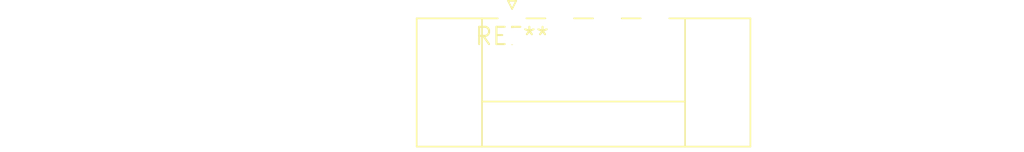
<source format=kicad_pcb>
(kicad_pcb (version 20240108) (generator pcbnew)
  (layers (0 "F.Cu" signal) (31 "B.Cu" signal) (34 "B.Paste" user) (35 "F.Paste" user) (36 "B.SilkS" user "B.Silkscreen") (37 "F.SilkS" user "F.Silkscreen") (38 "B.Mask" user) (39 "F.Mask" user) (44 "Edge.Cuts" user))
  (net 0 "")
  (footprint "PhoenixContact_MC_1,5_4-GF-3.5_1x04_P3.50mm_Horizontal_ThreadedFlange" (layer "F.Cu") (at 0 0)
    (property "Reference" "REF**")
    (property "Value" "PhoenixContact_MC_1,5_4-GF-3.5_1x04_P3.50mm_Horizontal_ThreadedFlange")
    (fp_line (start -7.01 -1.31) (end -7.01 8.11) (layer "F.SilkS") (stroke (width 0.12)))
    (fp_line (start -7.01 -1.31) (end -1.05 -1.31) (layer "F.SilkS") (stroke (width 0.12)))
    (fp_line (start -7.01 8.11) (end 17.51 8.11) (layer "F.SilkS") (stroke (width 0.12)))
    (fp_line (start -2.21 -1.31) (end -2.21 8.11) (layer "F.SilkS") (stroke (width 0.12)))
    (fp_line (start -2.21 4.8) (end 12.71 4.8) (layer "F.SilkS") (stroke (width 0.12)))
    (fp_line (start -0.3 -2.6) (end 0.3 -2.6) (layer "F.SilkS") (stroke (width 0.12)))
    (fp_line (start 0 -2) (end -0.3 -2.6) (layer "F.SilkS") (stroke (width 0.12)))
    (fp_line (start 0.3 -2.6) (end 0 -2) (layer "F.SilkS") (stroke (width 0.12)))
    (fp_line (start 1.05 -1.31) (end 2.45 -1.31) (layer "F.SilkS") (stroke (width 0.12)))
    (fp_line (start 4.55 -1.31) (end 5.95 -1.31) (layer "F.SilkS") (stroke (width 0.12)))
    (fp_line (start 8.05 -1.31) (end 9.45 -1.31) (layer "F.SilkS") (stroke (width 0.12)))
    (fp_line (start 12.71 -1.31) (end 12.71 8.11) (layer "F.SilkS") (stroke (width 0.12)))
    (fp_line (start 17.51 -1.31) (end 11.55 -1.31) (layer "F.SilkS") (stroke (width 0.12)))
    (fp_line (start 17.51 8.11) (end 17.51 -1.31) (layer "F.SilkS") (stroke (width 0.12)))
    (pad "1" thru_hole roundrect (at 0 0) (size 1.8 3.6) (drill 1.2) (layers *.Cu *.Mask) (remove_unused_layers) (roundrect_rratio 0.138889))
    (pad "2" thru_hole oval (at 3.5 0) (size 1.8 3.6) (drill 1.2) (layers *.Cu *.Mask) (remove_unused_layers))
    (pad "3" thru_hole oval (at 7 0) (size 1.8 3.6) (drill 1.2) (layers *.Cu *.Mask) (remove_unused_layers))
    (pad "4" thru_hole oval (at 10.5 0) (size 1.8 3.6) (drill 1.2) (layers *.Cu *.Mask) (remove_unused_layers))
  )
)
</source>
